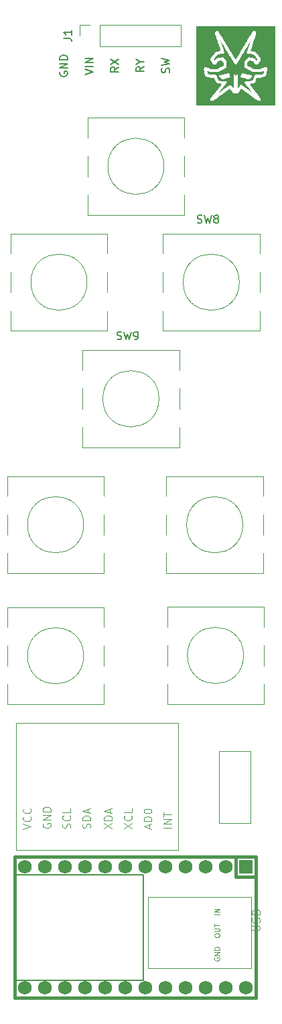
<source format=gbr>
%TF.GenerationSoftware,KiCad,Pcbnew,8.0.6*%
%TF.CreationDate,2025-02-23T20:39:58-06:00*%
%TF.ProjectId,fullycustomcontrolle one handv3c,66756c6c-7963-4757-9374-6f6d636f6e74,rev?*%
%TF.SameCoordinates,Original*%
%TF.FileFunction,Legend,Top*%
%TF.FilePolarity,Positive*%
%FSLAX46Y46*%
G04 Gerber Fmt 4.6, Leading zero omitted, Abs format (unit mm)*
G04 Created by KiCad (PCBNEW 8.0.6) date 2025-02-23 20:39:58*
%MOMM*%
%LPD*%
G01*
G04 APERTURE LIST*
%ADD10C,0.200000*%
%ADD11C,0.100000*%
%ADD12C,0.150000*%
%ADD13C,0.125000*%
%ADD14C,0.120000*%
%ADD15C,0.381000*%
%ADD16C,0.127000*%
%ADD17C,0.000000*%
%ADD18R,1.752600X1.752600*%
%ADD19C,1.752600*%
G04 APERTURE END LIST*
D10*
X187370062Y-31241904D02*
X187322443Y-31337142D01*
X187322443Y-31337142D02*
X187322443Y-31479999D01*
X187322443Y-31479999D02*
X187370062Y-31622856D01*
X187370062Y-31622856D02*
X187465300Y-31718094D01*
X187465300Y-31718094D02*
X187560538Y-31765713D01*
X187560538Y-31765713D02*
X187751014Y-31813332D01*
X187751014Y-31813332D02*
X187893871Y-31813332D01*
X187893871Y-31813332D02*
X188084347Y-31765713D01*
X188084347Y-31765713D02*
X188179585Y-31718094D01*
X188179585Y-31718094D02*
X188274824Y-31622856D01*
X188274824Y-31622856D02*
X188322443Y-31479999D01*
X188322443Y-31479999D02*
X188322443Y-31384761D01*
X188322443Y-31384761D02*
X188274824Y-31241904D01*
X188274824Y-31241904D02*
X188227204Y-31194285D01*
X188227204Y-31194285D02*
X187893871Y-31194285D01*
X187893871Y-31194285D02*
X187893871Y-31384761D01*
X188322443Y-30765713D02*
X187322443Y-30765713D01*
X187322443Y-30765713D02*
X188322443Y-30194285D01*
X188322443Y-30194285D02*
X187322443Y-30194285D01*
X188322443Y-29718094D02*
X187322443Y-29718094D01*
X187322443Y-29718094D02*
X187322443Y-29479999D01*
X187322443Y-29479999D02*
X187370062Y-29337142D01*
X187370062Y-29337142D02*
X187465300Y-29241904D01*
X187465300Y-29241904D02*
X187560538Y-29194285D01*
X187560538Y-29194285D02*
X187751014Y-29146666D01*
X187751014Y-29146666D02*
X187893871Y-29146666D01*
X187893871Y-29146666D02*
X188084347Y-29194285D01*
X188084347Y-29194285D02*
X188179585Y-29241904D01*
X188179585Y-29241904D02*
X188274824Y-29337142D01*
X188274824Y-29337142D02*
X188322443Y-29479999D01*
X188322443Y-29479999D02*
X188322443Y-29718094D01*
X190542331Y-31575237D02*
X191542331Y-31241904D01*
X191542331Y-31241904D02*
X190542331Y-30908571D01*
X191542331Y-30575237D02*
X190542331Y-30575237D01*
X191542331Y-30099047D02*
X190542331Y-30099047D01*
X190542331Y-30099047D02*
X191542331Y-29527619D01*
X191542331Y-29527619D02*
X190542331Y-29527619D01*
X194762219Y-30646666D02*
X194286028Y-30979999D01*
X194762219Y-31218094D02*
X193762219Y-31218094D01*
X193762219Y-31218094D02*
X193762219Y-30837142D01*
X193762219Y-30837142D02*
X193809838Y-30741904D01*
X193809838Y-30741904D02*
X193857457Y-30694285D01*
X193857457Y-30694285D02*
X193952695Y-30646666D01*
X193952695Y-30646666D02*
X194095552Y-30646666D01*
X194095552Y-30646666D02*
X194190790Y-30694285D01*
X194190790Y-30694285D02*
X194238409Y-30741904D01*
X194238409Y-30741904D02*
X194286028Y-30837142D01*
X194286028Y-30837142D02*
X194286028Y-31218094D01*
X193762219Y-30313332D02*
X194762219Y-29646666D01*
X193762219Y-29646666D02*
X194762219Y-30313332D01*
X197982107Y-30599047D02*
X197505916Y-30932380D01*
X197982107Y-31170475D02*
X196982107Y-31170475D01*
X196982107Y-31170475D02*
X196982107Y-30789523D01*
X196982107Y-30789523D02*
X197029726Y-30694285D01*
X197029726Y-30694285D02*
X197077345Y-30646666D01*
X197077345Y-30646666D02*
X197172583Y-30599047D01*
X197172583Y-30599047D02*
X197315440Y-30599047D01*
X197315440Y-30599047D02*
X197410678Y-30646666D01*
X197410678Y-30646666D02*
X197458297Y-30694285D01*
X197458297Y-30694285D02*
X197505916Y-30789523D01*
X197505916Y-30789523D02*
X197505916Y-31170475D01*
X197505916Y-29979999D02*
X197982107Y-29979999D01*
X196982107Y-30313332D02*
X197505916Y-29979999D01*
X197505916Y-29979999D02*
X196982107Y-29646666D01*
X201154376Y-31337142D02*
X201201995Y-31194285D01*
X201201995Y-31194285D02*
X201201995Y-30956190D01*
X201201995Y-30956190D02*
X201154376Y-30860952D01*
X201154376Y-30860952D02*
X201106756Y-30813333D01*
X201106756Y-30813333D02*
X201011518Y-30765714D01*
X201011518Y-30765714D02*
X200916280Y-30765714D01*
X200916280Y-30765714D02*
X200821042Y-30813333D01*
X200821042Y-30813333D02*
X200773423Y-30860952D01*
X200773423Y-30860952D02*
X200725804Y-30956190D01*
X200725804Y-30956190D02*
X200678185Y-31146666D01*
X200678185Y-31146666D02*
X200630566Y-31241904D01*
X200630566Y-31241904D02*
X200582947Y-31289523D01*
X200582947Y-31289523D02*
X200487709Y-31337142D01*
X200487709Y-31337142D02*
X200392471Y-31337142D01*
X200392471Y-31337142D02*
X200297233Y-31289523D01*
X200297233Y-31289523D02*
X200249614Y-31241904D01*
X200249614Y-31241904D02*
X200201995Y-31146666D01*
X200201995Y-31146666D02*
X200201995Y-30908571D01*
X200201995Y-30908571D02*
X200249614Y-30765714D01*
X200201995Y-30432380D02*
X201201995Y-30194285D01*
X201201995Y-30194285D02*
X200487709Y-30003809D01*
X200487709Y-30003809D02*
X201201995Y-29813333D01*
X201201995Y-29813333D02*
X200201995Y-29575238D01*
D11*
X211597419Y-139396115D02*
X212406942Y-139396115D01*
X212406942Y-139396115D02*
X212502180Y-139348496D01*
X212502180Y-139348496D02*
X212549800Y-139300877D01*
X212549800Y-139300877D02*
X212597419Y-139205639D01*
X212597419Y-139205639D02*
X212597419Y-139015163D01*
X212597419Y-139015163D02*
X212549800Y-138919925D01*
X212549800Y-138919925D02*
X212502180Y-138872306D01*
X212502180Y-138872306D02*
X212406942Y-138824687D01*
X212406942Y-138824687D02*
X211597419Y-138824687D01*
X212549800Y-138396115D02*
X212597419Y-138253258D01*
X212597419Y-138253258D02*
X212597419Y-138015163D01*
X212597419Y-138015163D02*
X212549800Y-137919925D01*
X212549800Y-137919925D02*
X212502180Y-137872306D01*
X212502180Y-137872306D02*
X212406942Y-137824687D01*
X212406942Y-137824687D02*
X212311704Y-137824687D01*
X212311704Y-137824687D02*
X212216466Y-137872306D01*
X212216466Y-137872306D02*
X212168847Y-137919925D01*
X212168847Y-137919925D02*
X212121228Y-138015163D01*
X212121228Y-138015163D02*
X212073609Y-138205639D01*
X212073609Y-138205639D02*
X212025990Y-138300877D01*
X212025990Y-138300877D02*
X211978371Y-138348496D01*
X211978371Y-138348496D02*
X211883133Y-138396115D01*
X211883133Y-138396115D02*
X211787895Y-138396115D01*
X211787895Y-138396115D02*
X211692657Y-138348496D01*
X211692657Y-138348496D02*
X211645038Y-138300877D01*
X211645038Y-138300877D02*
X211597419Y-138205639D01*
X211597419Y-138205639D02*
X211597419Y-137967544D01*
X211597419Y-137967544D02*
X211645038Y-137824687D01*
X212073609Y-137062782D02*
X212121228Y-136919925D01*
X212121228Y-136919925D02*
X212168847Y-136872306D01*
X212168847Y-136872306D02*
X212264085Y-136824687D01*
X212264085Y-136824687D02*
X212406942Y-136824687D01*
X212406942Y-136824687D02*
X212502180Y-136872306D01*
X212502180Y-136872306D02*
X212549800Y-136919925D01*
X212549800Y-136919925D02*
X212597419Y-137015163D01*
X212597419Y-137015163D02*
X212597419Y-137396115D01*
X212597419Y-137396115D02*
X211597419Y-137396115D01*
X211597419Y-137396115D02*
X211597419Y-137062782D01*
X211597419Y-137062782D02*
X211645038Y-136967544D01*
X211645038Y-136967544D02*
X211692657Y-136919925D01*
X211692657Y-136919925D02*
X211787895Y-136872306D01*
X211787895Y-136872306D02*
X211883133Y-136872306D01*
X211883133Y-136872306D02*
X211978371Y-136919925D01*
X211978371Y-136919925D02*
X212025990Y-136967544D01*
X212025990Y-136967544D02*
X212073609Y-137062782D01*
X212073609Y-137062782D02*
X212073609Y-137396115D01*
X195432419Y-126576353D02*
X196432419Y-125909687D01*
X195432419Y-125909687D02*
X196432419Y-126576353D01*
X196337180Y-124957306D02*
X196384800Y-125004925D01*
X196384800Y-125004925D02*
X196432419Y-125147782D01*
X196432419Y-125147782D02*
X196432419Y-125243020D01*
X196432419Y-125243020D02*
X196384800Y-125385877D01*
X196384800Y-125385877D02*
X196289561Y-125481115D01*
X196289561Y-125481115D02*
X196194323Y-125528734D01*
X196194323Y-125528734D02*
X196003847Y-125576353D01*
X196003847Y-125576353D02*
X195860990Y-125576353D01*
X195860990Y-125576353D02*
X195670514Y-125528734D01*
X195670514Y-125528734D02*
X195575276Y-125481115D01*
X195575276Y-125481115D02*
X195480038Y-125385877D01*
X195480038Y-125385877D02*
X195432419Y-125243020D01*
X195432419Y-125243020D02*
X195432419Y-125147782D01*
X195432419Y-125147782D02*
X195480038Y-125004925D01*
X195480038Y-125004925D02*
X195527657Y-124957306D01*
X196432419Y-124052544D02*
X196432419Y-124528734D01*
X196432419Y-124528734D02*
X195432419Y-124528734D01*
X185230038Y-125957306D02*
X185182419Y-126052544D01*
X185182419Y-126052544D02*
X185182419Y-126195401D01*
X185182419Y-126195401D02*
X185230038Y-126338258D01*
X185230038Y-126338258D02*
X185325276Y-126433496D01*
X185325276Y-126433496D02*
X185420514Y-126481115D01*
X185420514Y-126481115D02*
X185610990Y-126528734D01*
X185610990Y-126528734D02*
X185753847Y-126528734D01*
X185753847Y-126528734D02*
X185944323Y-126481115D01*
X185944323Y-126481115D02*
X186039561Y-126433496D01*
X186039561Y-126433496D02*
X186134800Y-126338258D01*
X186134800Y-126338258D02*
X186182419Y-126195401D01*
X186182419Y-126195401D02*
X186182419Y-126100163D01*
X186182419Y-126100163D02*
X186134800Y-125957306D01*
X186134800Y-125957306D02*
X186087180Y-125909687D01*
X186087180Y-125909687D02*
X185753847Y-125909687D01*
X185753847Y-125909687D02*
X185753847Y-126100163D01*
X186182419Y-125481115D02*
X185182419Y-125481115D01*
X185182419Y-125481115D02*
X186182419Y-124909687D01*
X186182419Y-124909687D02*
X185182419Y-124909687D01*
X186182419Y-124433496D02*
X185182419Y-124433496D01*
X185182419Y-124433496D02*
X185182419Y-124195401D01*
X185182419Y-124195401D02*
X185230038Y-124052544D01*
X185230038Y-124052544D02*
X185325276Y-123957306D01*
X185325276Y-123957306D02*
X185420514Y-123909687D01*
X185420514Y-123909687D02*
X185610990Y-123862068D01*
X185610990Y-123862068D02*
X185753847Y-123862068D01*
X185753847Y-123862068D02*
X185944323Y-123909687D01*
X185944323Y-123909687D02*
X186039561Y-123957306D01*
X186039561Y-123957306D02*
X186134800Y-124052544D01*
X186134800Y-124052544D02*
X186182419Y-124195401D01*
X186182419Y-124195401D02*
X186182419Y-124433496D01*
X192932419Y-126576353D02*
X193932419Y-125909687D01*
X192932419Y-125909687D02*
X193932419Y-126576353D01*
X193932419Y-125528734D02*
X192932419Y-125528734D01*
X192932419Y-125528734D02*
X192932419Y-125290639D01*
X192932419Y-125290639D02*
X192980038Y-125147782D01*
X192980038Y-125147782D02*
X193075276Y-125052544D01*
X193075276Y-125052544D02*
X193170514Y-125004925D01*
X193170514Y-125004925D02*
X193360990Y-124957306D01*
X193360990Y-124957306D02*
X193503847Y-124957306D01*
X193503847Y-124957306D02*
X193694323Y-125004925D01*
X193694323Y-125004925D02*
X193789561Y-125052544D01*
X193789561Y-125052544D02*
X193884800Y-125147782D01*
X193884800Y-125147782D02*
X193932419Y-125290639D01*
X193932419Y-125290639D02*
X193932419Y-125528734D01*
X193646704Y-124576353D02*
X193646704Y-124100163D01*
X193932419Y-124671591D02*
X192932419Y-124338258D01*
X192932419Y-124338258D02*
X193932419Y-124004925D01*
X198646704Y-126528734D02*
X198646704Y-126052544D01*
X198932419Y-126623972D02*
X197932419Y-126290639D01*
X197932419Y-126290639D02*
X198932419Y-125957306D01*
X198932419Y-125623972D02*
X197932419Y-125623972D01*
X197932419Y-125623972D02*
X197932419Y-125385877D01*
X197932419Y-125385877D02*
X197980038Y-125243020D01*
X197980038Y-125243020D02*
X198075276Y-125147782D01*
X198075276Y-125147782D02*
X198170514Y-125100163D01*
X198170514Y-125100163D02*
X198360990Y-125052544D01*
X198360990Y-125052544D02*
X198503847Y-125052544D01*
X198503847Y-125052544D02*
X198694323Y-125100163D01*
X198694323Y-125100163D02*
X198789561Y-125147782D01*
X198789561Y-125147782D02*
X198884800Y-125243020D01*
X198884800Y-125243020D02*
X198932419Y-125385877D01*
X198932419Y-125385877D02*
X198932419Y-125623972D01*
X197932419Y-124433496D02*
X197932419Y-124338258D01*
X197932419Y-124338258D02*
X197980038Y-124243020D01*
X197980038Y-124243020D02*
X198027657Y-124195401D01*
X198027657Y-124195401D02*
X198122895Y-124147782D01*
X198122895Y-124147782D02*
X198313371Y-124100163D01*
X198313371Y-124100163D02*
X198551466Y-124100163D01*
X198551466Y-124100163D02*
X198741942Y-124147782D01*
X198741942Y-124147782D02*
X198837180Y-124195401D01*
X198837180Y-124195401D02*
X198884800Y-124243020D01*
X198884800Y-124243020D02*
X198932419Y-124338258D01*
X198932419Y-124338258D02*
X198932419Y-124433496D01*
X198932419Y-124433496D02*
X198884800Y-124528734D01*
X198884800Y-124528734D02*
X198837180Y-124576353D01*
X198837180Y-124576353D02*
X198741942Y-124623972D01*
X198741942Y-124623972D02*
X198551466Y-124671591D01*
X198551466Y-124671591D02*
X198313371Y-124671591D01*
X198313371Y-124671591D02*
X198122895Y-124623972D01*
X198122895Y-124623972D02*
X198027657Y-124576353D01*
X198027657Y-124576353D02*
X197980038Y-124528734D01*
X197980038Y-124528734D02*
X197932419Y-124433496D01*
X182682419Y-126623972D02*
X183682419Y-126290639D01*
X183682419Y-126290639D02*
X182682419Y-125957306D01*
X183587180Y-125052544D02*
X183634800Y-125100163D01*
X183634800Y-125100163D02*
X183682419Y-125243020D01*
X183682419Y-125243020D02*
X183682419Y-125338258D01*
X183682419Y-125338258D02*
X183634800Y-125481115D01*
X183634800Y-125481115D02*
X183539561Y-125576353D01*
X183539561Y-125576353D02*
X183444323Y-125623972D01*
X183444323Y-125623972D02*
X183253847Y-125671591D01*
X183253847Y-125671591D02*
X183110990Y-125671591D01*
X183110990Y-125671591D02*
X182920514Y-125623972D01*
X182920514Y-125623972D02*
X182825276Y-125576353D01*
X182825276Y-125576353D02*
X182730038Y-125481115D01*
X182730038Y-125481115D02*
X182682419Y-125338258D01*
X182682419Y-125338258D02*
X182682419Y-125243020D01*
X182682419Y-125243020D02*
X182730038Y-125100163D01*
X182730038Y-125100163D02*
X182777657Y-125052544D01*
X183587180Y-124052544D02*
X183634800Y-124100163D01*
X183634800Y-124100163D02*
X183682419Y-124243020D01*
X183682419Y-124243020D02*
X183682419Y-124338258D01*
X183682419Y-124338258D02*
X183634800Y-124481115D01*
X183634800Y-124481115D02*
X183539561Y-124576353D01*
X183539561Y-124576353D02*
X183444323Y-124623972D01*
X183444323Y-124623972D02*
X183253847Y-124671591D01*
X183253847Y-124671591D02*
X183110990Y-124671591D01*
X183110990Y-124671591D02*
X182920514Y-124623972D01*
X182920514Y-124623972D02*
X182825276Y-124576353D01*
X182825276Y-124576353D02*
X182730038Y-124481115D01*
X182730038Y-124481115D02*
X182682419Y-124338258D01*
X182682419Y-124338258D02*
X182682419Y-124243020D01*
X182682419Y-124243020D02*
X182730038Y-124100163D01*
X182730038Y-124100163D02*
X182777657Y-124052544D01*
X188634800Y-126528734D02*
X188682419Y-126385877D01*
X188682419Y-126385877D02*
X188682419Y-126147782D01*
X188682419Y-126147782D02*
X188634800Y-126052544D01*
X188634800Y-126052544D02*
X188587180Y-126004925D01*
X188587180Y-126004925D02*
X188491942Y-125957306D01*
X188491942Y-125957306D02*
X188396704Y-125957306D01*
X188396704Y-125957306D02*
X188301466Y-126004925D01*
X188301466Y-126004925D02*
X188253847Y-126052544D01*
X188253847Y-126052544D02*
X188206228Y-126147782D01*
X188206228Y-126147782D02*
X188158609Y-126338258D01*
X188158609Y-126338258D02*
X188110990Y-126433496D01*
X188110990Y-126433496D02*
X188063371Y-126481115D01*
X188063371Y-126481115D02*
X187968133Y-126528734D01*
X187968133Y-126528734D02*
X187872895Y-126528734D01*
X187872895Y-126528734D02*
X187777657Y-126481115D01*
X187777657Y-126481115D02*
X187730038Y-126433496D01*
X187730038Y-126433496D02*
X187682419Y-126338258D01*
X187682419Y-126338258D02*
X187682419Y-126100163D01*
X187682419Y-126100163D02*
X187730038Y-125957306D01*
X188587180Y-124957306D02*
X188634800Y-125004925D01*
X188634800Y-125004925D02*
X188682419Y-125147782D01*
X188682419Y-125147782D02*
X188682419Y-125243020D01*
X188682419Y-125243020D02*
X188634800Y-125385877D01*
X188634800Y-125385877D02*
X188539561Y-125481115D01*
X188539561Y-125481115D02*
X188444323Y-125528734D01*
X188444323Y-125528734D02*
X188253847Y-125576353D01*
X188253847Y-125576353D02*
X188110990Y-125576353D01*
X188110990Y-125576353D02*
X187920514Y-125528734D01*
X187920514Y-125528734D02*
X187825276Y-125481115D01*
X187825276Y-125481115D02*
X187730038Y-125385877D01*
X187730038Y-125385877D02*
X187682419Y-125243020D01*
X187682419Y-125243020D02*
X187682419Y-125147782D01*
X187682419Y-125147782D02*
X187730038Y-125004925D01*
X187730038Y-125004925D02*
X187777657Y-124957306D01*
X188682419Y-124052544D02*
X188682419Y-124528734D01*
X188682419Y-124528734D02*
X187682419Y-124528734D01*
X201432419Y-126481115D02*
X200432419Y-126481115D01*
X201432419Y-126004925D02*
X200432419Y-126004925D01*
X200432419Y-126004925D02*
X201432419Y-125433497D01*
X201432419Y-125433497D02*
X200432419Y-125433497D01*
X200432419Y-125100163D02*
X200432419Y-124528735D01*
X201432419Y-124814449D02*
X200432419Y-124814449D01*
X191134800Y-126528734D02*
X191182419Y-126385877D01*
X191182419Y-126385877D02*
X191182419Y-126147782D01*
X191182419Y-126147782D02*
X191134800Y-126052544D01*
X191134800Y-126052544D02*
X191087180Y-126004925D01*
X191087180Y-126004925D02*
X190991942Y-125957306D01*
X190991942Y-125957306D02*
X190896704Y-125957306D01*
X190896704Y-125957306D02*
X190801466Y-126004925D01*
X190801466Y-126004925D02*
X190753847Y-126052544D01*
X190753847Y-126052544D02*
X190706228Y-126147782D01*
X190706228Y-126147782D02*
X190658609Y-126338258D01*
X190658609Y-126338258D02*
X190610990Y-126433496D01*
X190610990Y-126433496D02*
X190563371Y-126481115D01*
X190563371Y-126481115D02*
X190468133Y-126528734D01*
X190468133Y-126528734D02*
X190372895Y-126528734D01*
X190372895Y-126528734D02*
X190277657Y-126481115D01*
X190277657Y-126481115D02*
X190230038Y-126433496D01*
X190230038Y-126433496D02*
X190182419Y-126338258D01*
X190182419Y-126338258D02*
X190182419Y-126100163D01*
X190182419Y-126100163D02*
X190230038Y-125957306D01*
X191182419Y-125528734D02*
X190182419Y-125528734D01*
X190182419Y-125528734D02*
X190182419Y-125290639D01*
X190182419Y-125290639D02*
X190230038Y-125147782D01*
X190230038Y-125147782D02*
X190325276Y-125052544D01*
X190325276Y-125052544D02*
X190420514Y-125004925D01*
X190420514Y-125004925D02*
X190610990Y-124957306D01*
X190610990Y-124957306D02*
X190753847Y-124957306D01*
X190753847Y-124957306D02*
X190944323Y-125004925D01*
X190944323Y-125004925D02*
X191039561Y-125052544D01*
X191039561Y-125052544D02*
X191134800Y-125147782D01*
X191134800Y-125147782D02*
X191182419Y-125290639D01*
X191182419Y-125290639D02*
X191182419Y-125528734D01*
X190896704Y-124576353D02*
X190896704Y-124100163D01*
X191182419Y-124671591D02*
X190182419Y-124338258D01*
X190182419Y-124338258D02*
X191182419Y-124004925D01*
D12*
X204721667Y-50242200D02*
X204864524Y-50289819D01*
X204864524Y-50289819D02*
X205102619Y-50289819D01*
X205102619Y-50289819D02*
X205197857Y-50242200D01*
X205197857Y-50242200D02*
X205245476Y-50194580D01*
X205245476Y-50194580D02*
X205293095Y-50099342D01*
X205293095Y-50099342D02*
X205293095Y-50004104D01*
X205293095Y-50004104D02*
X205245476Y-49908866D01*
X205245476Y-49908866D02*
X205197857Y-49861247D01*
X205197857Y-49861247D02*
X205102619Y-49813628D01*
X205102619Y-49813628D02*
X204912143Y-49766009D01*
X204912143Y-49766009D02*
X204816905Y-49718390D01*
X204816905Y-49718390D02*
X204769286Y-49670771D01*
X204769286Y-49670771D02*
X204721667Y-49575533D01*
X204721667Y-49575533D02*
X204721667Y-49480295D01*
X204721667Y-49480295D02*
X204769286Y-49385057D01*
X204769286Y-49385057D02*
X204816905Y-49337438D01*
X204816905Y-49337438D02*
X204912143Y-49289819D01*
X204912143Y-49289819D02*
X205150238Y-49289819D01*
X205150238Y-49289819D02*
X205293095Y-49337438D01*
X205626429Y-49289819D02*
X205864524Y-50289819D01*
X205864524Y-50289819D02*
X206055000Y-49575533D01*
X206055000Y-49575533D02*
X206245476Y-50289819D01*
X206245476Y-50289819D02*
X206483572Y-49289819D01*
X207007381Y-49718390D02*
X206912143Y-49670771D01*
X206912143Y-49670771D02*
X206864524Y-49623152D01*
X206864524Y-49623152D02*
X206816905Y-49527914D01*
X206816905Y-49527914D02*
X206816905Y-49480295D01*
X206816905Y-49480295D02*
X206864524Y-49385057D01*
X206864524Y-49385057D02*
X206912143Y-49337438D01*
X206912143Y-49337438D02*
X207007381Y-49289819D01*
X207007381Y-49289819D02*
X207197857Y-49289819D01*
X207197857Y-49289819D02*
X207293095Y-49337438D01*
X207293095Y-49337438D02*
X207340714Y-49385057D01*
X207340714Y-49385057D02*
X207388333Y-49480295D01*
X207388333Y-49480295D02*
X207388333Y-49527914D01*
X207388333Y-49527914D02*
X207340714Y-49623152D01*
X207340714Y-49623152D02*
X207293095Y-49670771D01*
X207293095Y-49670771D02*
X207197857Y-49718390D01*
X207197857Y-49718390D02*
X207007381Y-49718390D01*
X207007381Y-49718390D02*
X206912143Y-49766009D01*
X206912143Y-49766009D02*
X206864524Y-49813628D01*
X206864524Y-49813628D02*
X206816905Y-49908866D01*
X206816905Y-49908866D02*
X206816905Y-50099342D01*
X206816905Y-50099342D02*
X206864524Y-50194580D01*
X206864524Y-50194580D02*
X206912143Y-50242200D01*
X206912143Y-50242200D02*
X207007381Y-50289819D01*
X207007381Y-50289819D02*
X207197857Y-50289819D01*
X207197857Y-50289819D02*
X207293095Y-50242200D01*
X207293095Y-50242200D02*
X207340714Y-50194580D01*
X207340714Y-50194580D02*
X207388333Y-50099342D01*
X207388333Y-50099342D02*
X207388333Y-49908866D01*
X207388333Y-49908866D02*
X207340714Y-49813628D01*
X207340714Y-49813628D02*
X207293095Y-49766009D01*
X207293095Y-49766009D02*
X207197857Y-49718390D01*
X194561667Y-64927200D02*
X194704524Y-64974819D01*
X194704524Y-64974819D02*
X194942619Y-64974819D01*
X194942619Y-64974819D02*
X195037857Y-64927200D01*
X195037857Y-64927200D02*
X195085476Y-64879580D01*
X195085476Y-64879580D02*
X195133095Y-64784342D01*
X195133095Y-64784342D02*
X195133095Y-64689104D01*
X195133095Y-64689104D02*
X195085476Y-64593866D01*
X195085476Y-64593866D02*
X195037857Y-64546247D01*
X195037857Y-64546247D02*
X194942619Y-64498628D01*
X194942619Y-64498628D02*
X194752143Y-64451009D01*
X194752143Y-64451009D02*
X194656905Y-64403390D01*
X194656905Y-64403390D02*
X194609286Y-64355771D01*
X194609286Y-64355771D02*
X194561667Y-64260533D01*
X194561667Y-64260533D02*
X194561667Y-64165295D01*
X194561667Y-64165295D02*
X194609286Y-64070057D01*
X194609286Y-64070057D02*
X194656905Y-64022438D01*
X194656905Y-64022438D02*
X194752143Y-63974819D01*
X194752143Y-63974819D02*
X194990238Y-63974819D01*
X194990238Y-63974819D02*
X195133095Y-64022438D01*
X195466429Y-63974819D02*
X195704524Y-64974819D01*
X195704524Y-64974819D02*
X195895000Y-64260533D01*
X195895000Y-64260533D02*
X196085476Y-64974819D01*
X196085476Y-64974819D02*
X196323572Y-63974819D01*
X196752143Y-64974819D02*
X196942619Y-64974819D01*
X196942619Y-64974819D02*
X197037857Y-64927200D01*
X197037857Y-64927200D02*
X197085476Y-64879580D01*
X197085476Y-64879580D02*
X197180714Y-64736723D01*
X197180714Y-64736723D02*
X197228333Y-64546247D01*
X197228333Y-64546247D02*
X197228333Y-64165295D01*
X197228333Y-64165295D02*
X197180714Y-64070057D01*
X197180714Y-64070057D02*
X197133095Y-64022438D01*
X197133095Y-64022438D02*
X197037857Y-63974819D01*
X197037857Y-63974819D02*
X196847381Y-63974819D01*
X196847381Y-63974819D02*
X196752143Y-64022438D01*
X196752143Y-64022438D02*
X196704524Y-64070057D01*
X196704524Y-64070057D02*
X196656905Y-64165295D01*
X196656905Y-64165295D02*
X196656905Y-64403390D01*
X196656905Y-64403390D02*
X196704524Y-64498628D01*
X196704524Y-64498628D02*
X196752143Y-64546247D01*
X196752143Y-64546247D02*
X196847381Y-64593866D01*
X196847381Y-64593866D02*
X197037857Y-64593866D01*
X197037857Y-64593866D02*
X197133095Y-64546247D01*
X197133095Y-64546247D02*
X197180714Y-64498628D01*
X197180714Y-64498628D02*
X197228333Y-64403390D01*
X187819819Y-27003333D02*
X188534104Y-27003333D01*
X188534104Y-27003333D02*
X188676961Y-27050952D01*
X188676961Y-27050952D02*
X188772200Y-27146190D01*
X188772200Y-27146190D02*
X188819819Y-27289047D01*
X188819819Y-27289047D02*
X188819819Y-27384285D01*
X188819819Y-26003333D02*
X188819819Y-26574761D01*
X188819819Y-26289047D02*
X187819819Y-26289047D01*
X187819819Y-26289047D02*
X187962676Y-26384285D01*
X187962676Y-26384285D02*
X188057914Y-26479523D01*
X188057914Y-26479523D02*
X188105533Y-26574761D01*
D13*
X206899904Y-142859522D02*
X206868952Y-142921427D01*
X206868952Y-142921427D02*
X206868952Y-143014284D01*
X206868952Y-143014284D02*
X206899904Y-143107141D01*
X206899904Y-143107141D02*
X206961809Y-143169046D01*
X206961809Y-143169046D02*
X207023714Y-143199999D01*
X207023714Y-143199999D02*
X207147523Y-143230951D01*
X207147523Y-143230951D02*
X207240380Y-143230951D01*
X207240380Y-143230951D02*
X207364190Y-143199999D01*
X207364190Y-143199999D02*
X207426095Y-143169046D01*
X207426095Y-143169046D02*
X207488000Y-143107141D01*
X207488000Y-143107141D02*
X207518952Y-143014284D01*
X207518952Y-143014284D02*
X207518952Y-142952380D01*
X207518952Y-142952380D02*
X207488000Y-142859522D01*
X207488000Y-142859522D02*
X207457047Y-142828570D01*
X207457047Y-142828570D02*
X207240380Y-142828570D01*
X207240380Y-142828570D02*
X207240380Y-142952380D01*
X207518952Y-142549999D02*
X206868952Y-142549999D01*
X206868952Y-142549999D02*
X207518952Y-142178570D01*
X207518952Y-142178570D02*
X206868952Y-142178570D01*
X207518952Y-141869047D02*
X206868952Y-141869047D01*
X206868952Y-141869047D02*
X206868952Y-141714285D01*
X206868952Y-141714285D02*
X206899904Y-141621428D01*
X206899904Y-141621428D02*
X206961809Y-141559523D01*
X206961809Y-141559523D02*
X207023714Y-141528570D01*
X207023714Y-141528570D02*
X207147523Y-141497618D01*
X207147523Y-141497618D02*
X207240380Y-141497618D01*
X207240380Y-141497618D02*
X207364190Y-141528570D01*
X207364190Y-141528570D02*
X207426095Y-141559523D01*
X207426095Y-141559523D02*
X207488000Y-141621428D01*
X207488000Y-141621428D02*
X207518952Y-141714285D01*
X207518952Y-141714285D02*
X207518952Y-141869047D01*
X206868952Y-140104761D02*
X206868952Y-139980952D01*
X206868952Y-139980952D02*
X206899904Y-139919047D01*
X206899904Y-139919047D02*
X206961809Y-139857142D01*
X206961809Y-139857142D02*
X207085619Y-139826190D01*
X207085619Y-139826190D02*
X207302285Y-139826190D01*
X207302285Y-139826190D02*
X207426095Y-139857142D01*
X207426095Y-139857142D02*
X207488000Y-139919047D01*
X207488000Y-139919047D02*
X207518952Y-139980952D01*
X207518952Y-139980952D02*
X207518952Y-140104761D01*
X207518952Y-140104761D02*
X207488000Y-140166666D01*
X207488000Y-140166666D02*
X207426095Y-140228571D01*
X207426095Y-140228571D02*
X207302285Y-140259523D01*
X207302285Y-140259523D02*
X207085619Y-140259523D01*
X207085619Y-140259523D02*
X206961809Y-140228571D01*
X206961809Y-140228571D02*
X206899904Y-140166666D01*
X206899904Y-140166666D02*
X206868952Y-140104761D01*
X206868952Y-139547619D02*
X207395142Y-139547619D01*
X207395142Y-139547619D02*
X207457047Y-139516666D01*
X207457047Y-139516666D02*
X207488000Y-139485714D01*
X207488000Y-139485714D02*
X207518952Y-139423809D01*
X207518952Y-139423809D02*
X207518952Y-139300000D01*
X207518952Y-139300000D02*
X207488000Y-139238095D01*
X207488000Y-139238095D02*
X207457047Y-139207142D01*
X207457047Y-139207142D02*
X207395142Y-139176190D01*
X207395142Y-139176190D02*
X206868952Y-139176190D01*
X206868952Y-138959524D02*
X206868952Y-138588095D01*
X207518952Y-138773809D02*
X206868952Y-138773809D01*
X207518952Y-137380953D02*
X206868952Y-137380953D01*
X207518952Y-137071429D02*
X206868952Y-137071429D01*
X206868952Y-137071429D02*
X207518952Y-136700000D01*
X207518952Y-136700000D02*
X206868952Y-136700000D01*
%TO.C,MPU1*%
D11*
X181810000Y-129285000D02*
X202310000Y-129285000D01*
X202310000Y-113285000D01*
X181810000Y-113285000D01*
X181810000Y-129285000D01*
D14*
%TO.C,SW8*%
X200365000Y-51635000D02*
X200365000Y-54145000D01*
X200365000Y-51635000D02*
X212585000Y-51635000D01*
X200365000Y-56445000D02*
X200365000Y-59045000D01*
X200365000Y-61345000D02*
X200365000Y-63855000D01*
X212585000Y-51635000D02*
X212585000Y-54145000D01*
X212585000Y-56445000D02*
X212585000Y-59045000D01*
X212585000Y-61345000D02*
X212585000Y-63855000D01*
X212585000Y-63855000D02*
X200365000Y-63855000D01*
X210025000Y-57745000D02*
G75*
G02*
X202925000Y-57745000I-3550000J0D01*
G01*
X202925000Y-57745000D02*
G75*
G02*
X210025000Y-57745000I3550000J0D01*
G01*
%TO.C,SW5*%
D11*
X211450000Y-116885000D02*
X207450000Y-116885000D01*
X207450000Y-125885000D01*
X211450000Y-125885000D01*
X211450000Y-116885000D01*
D14*
%TO.C,SW6*%
X181115000Y-51635000D02*
X193335000Y-51635000D01*
X181115000Y-54145000D02*
X181115000Y-51635000D01*
X181115000Y-59045000D02*
X181115000Y-56445000D01*
X181115000Y-63855000D02*
X181115000Y-61345000D01*
X193335000Y-54145000D02*
X193335000Y-51635000D01*
X193335000Y-59045000D02*
X193335000Y-56445000D01*
X193335000Y-63855000D02*
X181115000Y-63855000D01*
X193335000Y-63855000D02*
X193335000Y-61345000D01*
X190775000Y-57745000D02*
G75*
G02*
X183675000Y-57745000I-3550000J0D01*
G01*
X183675000Y-57745000D02*
G75*
G02*
X190775000Y-57745000I3550000J0D01*
G01*
D15*
%TO.C,U1*%
X181610000Y-130175000D02*
X181610000Y-147955000D01*
X181610000Y-147955000D02*
X212090000Y-147955000D01*
X209550000Y-132715000D02*
X209550000Y-130175000D01*
X212090000Y-130175000D02*
X181610000Y-130175000D01*
X212090000Y-132715000D02*
X209550000Y-132715000D01*
X212090000Y-147955000D02*
X212090000Y-130175000D01*
D14*
%TO.C,SW9*%
X190205000Y-66320000D02*
X190205000Y-68830000D01*
X190205000Y-66320000D02*
X202425000Y-66320000D01*
X190205000Y-71130000D02*
X190205000Y-73730000D01*
X190205000Y-76030000D02*
X190205000Y-78540000D01*
X202425000Y-66320000D02*
X202425000Y-68830000D01*
X202425000Y-71130000D02*
X202425000Y-73730000D01*
X202425000Y-76030000D02*
X202425000Y-78540000D01*
X202425000Y-78540000D02*
X190205000Y-78540000D01*
X199865000Y-72430000D02*
G75*
G02*
X192765000Y-72430000I-3550000J0D01*
G01*
X192765000Y-72430000D02*
G75*
G02*
X199865000Y-72430000I3550000J0D01*
G01*
%TO.C,SW7*%
X190340000Y-88305000D02*
G75*
G02*
X183240000Y-88305000I-3550000J0D01*
G01*
X183240000Y-88305000D02*
G75*
G02*
X190340000Y-88305000I3550000J0D01*
G01*
X192900000Y-94415000D02*
X180680000Y-94415000D01*
X192900000Y-91905000D02*
X192900000Y-94415000D01*
X192900000Y-87005000D02*
X192900000Y-89605000D01*
X192900000Y-82195000D02*
X192900000Y-84705000D01*
X180680000Y-91905000D02*
X180680000Y-94415000D01*
X180680000Y-87005000D02*
X180680000Y-89605000D01*
X180680000Y-82195000D02*
X192900000Y-82195000D01*
X180680000Y-82195000D02*
X180680000Y-84705000D01*
%TO.C,J1*%
X189805000Y-25340000D02*
X191135000Y-25340000D01*
X189805000Y-26670000D02*
X189805000Y-25340000D01*
X192405000Y-25340000D02*
X202625000Y-25340000D01*
X192405000Y-28000000D02*
X192405000Y-25340000D01*
X192405000Y-28000000D02*
X202625000Y-28000000D01*
X202625000Y-28000000D02*
X202625000Y-25340000D01*
%TO.C,SW1*%
X210460000Y-88305000D02*
G75*
G02*
X203360000Y-88305000I-3550000J0D01*
G01*
X203360000Y-88305000D02*
G75*
G02*
X210460000Y-88305000I3550000J0D01*
G01*
X213020000Y-94415000D02*
X200800000Y-94415000D01*
X213020000Y-91905000D02*
X213020000Y-94415000D01*
X213020000Y-87005000D02*
X213020000Y-89605000D01*
X213020000Y-82195000D02*
X213020000Y-84705000D01*
X200800000Y-91905000D02*
X200800000Y-94415000D01*
X200800000Y-87005000D02*
X200800000Y-89605000D01*
X200800000Y-82195000D02*
X213020000Y-82195000D01*
X200800000Y-82195000D02*
X200800000Y-84705000D01*
D16*
%TO.C,U3*%
X181840000Y-132400000D02*
X197890000Y-132400000D01*
X181840000Y-145730000D02*
X181840000Y-132400000D01*
X197890000Y-132400000D02*
X197890000Y-145730000D01*
X197890000Y-145730000D02*
X181840000Y-145730000D01*
D14*
%TO.C,SW2*%
X210560000Y-104775000D02*
G75*
G02*
X203460000Y-104775000I-3550000J0D01*
G01*
X203460000Y-104775000D02*
G75*
G02*
X210560000Y-104775000I3550000J0D01*
G01*
X213120000Y-110885000D02*
X213120000Y-108375000D01*
X213120000Y-110885000D02*
X200900000Y-110885000D01*
X213120000Y-106075000D02*
X213120000Y-103475000D01*
X213120000Y-101175000D02*
X213120000Y-98665000D01*
X200900000Y-110885000D02*
X200900000Y-108375000D01*
X200900000Y-106075000D02*
X200900000Y-103475000D01*
X200900000Y-101175000D02*
X200900000Y-98665000D01*
X200900000Y-98665000D02*
X213120000Y-98665000D01*
%TO.C,SW3*%
X190840000Y-37030000D02*
X203060000Y-37030000D01*
X190840000Y-39540000D02*
X190840000Y-37030000D01*
X190840000Y-44440000D02*
X190840000Y-41840000D01*
X190840000Y-49250000D02*
X190840000Y-46740000D01*
X203060000Y-39540000D02*
X203060000Y-37030000D01*
X203060000Y-44440000D02*
X203060000Y-41840000D01*
X203060000Y-49250000D02*
X190840000Y-49250000D01*
X203060000Y-49250000D02*
X203060000Y-46740000D01*
X200500000Y-43140000D02*
G75*
G02*
X193400000Y-43140000I-3550000J0D01*
G01*
X193400000Y-43140000D02*
G75*
G02*
X200500000Y-43140000I3550000J0D01*
G01*
%TO.C,U2*%
D11*
X198505000Y-135200000D02*
X211505000Y-135200000D01*
X211505000Y-144200000D01*
X198505000Y-144200000D01*
X198505000Y-135200000D01*
D14*
%TO.C,SW4*%
X180680000Y-98705000D02*
X180680000Y-101215000D01*
X180680000Y-98705000D02*
X192900000Y-98705000D01*
X180680000Y-103515000D02*
X180680000Y-106115000D01*
X180680000Y-108415000D02*
X180680000Y-110925000D01*
X192900000Y-98705000D02*
X192900000Y-101215000D01*
X192900000Y-103515000D02*
X192900000Y-106115000D01*
X192900000Y-108415000D02*
X192900000Y-110925000D01*
X192900000Y-110925000D02*
X180680000Y-110925000D01*
X190340000Y-104815000D02*
G75*
G02*
X183240000Y-104815000I-3550000J0D01*
G01*
X183240000Y-104815000D02*
G75*
G02*
X190340000Y-104815000I3550000J0D01*
G01*
D17*
%TO.C,G\u002A\u002A\u002A*%
G36*
X214552188Y-30480000D02*
G01*
X214552188Y-35482188D01*
X209550000Y-35482188D01*
X204547812Y-35482188D01*
X204547812Y-30837242D01*
X205534319Y-30837242D01*
X205537204Y-30872897D01*
X205545290Y-30930253D01*
X205557681Y-31004918D01*
X205573484Y-31092501D01*
X205591806Y-31188610D01*
X205611751Y-31288854D01*
X205632427Y-31388841D01*
X205652940Y-31484180D01*
X205672395Y-31570480D01*
X205689898Y-31643348D01*
X205704556Y-31698394D01*
X205715475Y-31731227D01*
X205716935Y-31734361D01*
X205732601Y-31760001D01*
X205753372Y-31782095D01*
X205782601Y-31802090D01*
X205823640Y-31821428D01*
X205879839Y-31841555D01*
X205954550Y-31863915D01*
X206051126Y-31889952D01*
X206117943Y-31907171D01*
X206209810Y-31930330D01*
X206282221Y-31947445D01*
X206342583Y-31959586D01*
X206398302Y-31967824D01*
X206456787Y-31973229D01*
X206525443Y-31976871D01*
X206611679Y-31979822D01*
X206623024Y-31980164D01*
X206871048Y-31987604D01*
X206985258Y-32272450D01*
X207019530Y-32357446D01*
X207051253Y-32435223D01*
X207078670Y-32501543D01*
X207100024Y-32552168D01*
X207113557Y-32582860D01*
X207116337Y-32588516D01*
X207134096Y-32612437D01*
X207161403Y-32632835D01*
X207201470Y-32650712D01*
X207257511Y-32667073D01*
X207332740Y-32682920D01*
X207430371Y-32699258D01*
X207507440Y-32710626D01*
X207591302Y-32722936D01*
X207665719Y-32734583D01*
X207726313Y-32744823D01*
X207768703Y-32752911D01*
X207788510Y-32758103D01*
X207789203Y-32758530D01*
X207782505Y-32770636D01*
X207759833Y-32802900D01*
X207722448Y-32853678D01*
X207671607Y-32921326D01*
X207608569Y-33004198D01*
X207534593Y-33100651D01*
X207450937Y-33209041D01*
X207358860Y-33327722D01*
X207259621Y-33455050D01*
X207154478Y-33589381D01*
X207105990Y-33651145D01*
X206997737Y-33789092D01*
X206894123Y-33921468D01*
X206796487Y-34046545D01*
X206706167Y-34162594D01*
X206624498Y-34267886D01*
X206552819Y-34360691D01*
X206492468Y-34439280D01*
X206444780Y-34501925D01*
X206411094Y-34546896D01*
X206392747Y-34572464D01*
X206390009Y-34576859D01*
X206373583Y-34630903D01*
X206369335Y-34697345D01*
X206377036Y-34763721D01*
X206394370Y-34813810D01*
X206435105Y-34862620D01*
X206492922Y-34895672D01*
X206560987Y-34911361D01*
X206632465Y-34908083D01*
X206698611Y-34885256D01*
X206717199Y-34873158D01*
X206756492Y-34845786D01*
X206814822Y-34804347D01*
X206890520Y-34750052D01*
X206981919Y-34684108D01*
X207087349Y-34607725D01*
X207205143Y-34522111D01*
X207333633Y-34428475D01*
X207471150Y-34328027D01*
X207616025Y-34221974D01*
X207766591Y-34111526D01*
X207778391Y-34102861D01*
X208806619Y-33347704D01*
X209039608Y-33640302D01*
X209116429Y-33735444D01*
X209184289Y-33816808D01*
X209241445Y-33882409D01*
X209286154Y-33930265D01*
X209316672Y-33958392D01*
X209323263Y-33962965D01*
X209347701Y-33975704D01*
X209374178Y-33984280D01*
X209408700Y-33989490D01*
X209457275Y-33992130D01*
X209525909Y-33992997D01*
X209550000Y-33993031D01*
X209625456Y-33992523D01*
X209679140Y-33990470D01*
X209717058Y-33986074D01*
X209745217Y-33978539D01*
X209769624Y-33967069D01*
X209776737Y-33962965D01*
X209802251Y-33941700D01*
X209842525Y-33900058D01*
X209895814Y-33840025D01*
X209960376Y-33763583D01*
X210034467Y-33672715D01*
X210060391Y-33640302D01*
X210293380Y-33347704D01*
X211321608Y-34102861D01*
X211472544Y-34213597D01*
X211617917Y-34320032D01*
X211756061Y-34420956D01*
X211885306Y-34515160D01*
X212003984Y-34601435D01*
X212110428Y-34678573D01*
X212202968Y-34745365D01*
X212279937Y-34800602D01*
X212339665Y-34843075D01*
X212380486Y-34871575D01*
X212400730Y-34884894D01*
X212401388Y-34885256D01*
X212469180Y-34908403D01*
X212540100Y-34911319D01*
X212607463Y-34895663D01*
X212664588Y-34863095D01*
X212704789Y-34815273D01*
X212707882Y-34809172D01*
X212725747Y-34749853D01*
X212731035Y-34681289D01*
X212723633Y-34615854D01*
X212709990Y-34576859D01*
X212698124Y-34559500D01*
X212670387Y-34522049D01*
X212628115Y-34466235D01*
X212572647Y-34393789D01*
X212505319Y-34306438D01*
X212427469Y-34205912D01*
X212340433Y-34093940D01*
X212245550Y-33972251D01*
X212144157Y-33842575D01*
X212037591Y-33706639D01*
X211994009Y-33651145D01*
X211886638Y-33514220D01*
X211784609Y-33383564D01*
X211689181Y-33260821D01*
X211601612Y-33147637D01*
X211523161Y-33045655D01*
X211455087Y-32956519D01*
X211398649Y-32881875D01*
X211355104Y-32823367D01*
X211325712Y-32782639D01*
X211311731Y-32761336D01*
X211310797Y-32758530D01*
X211327312Y-32753774D01*
X211366985Y-32746024D01*
X211425437Y-32736025D01*
X211498288Y-32724520D01*
X211581159Y-32712254D01*
X211592560Y-32710626D01*
X211706491Y-32693430D01*
X211795929Y-32677378D01*
X211864088Y-32661466D01*
X211914182Y-32644689D01*
X211949424Y-32626045D01*
X211973030Y-32604530D01*
X211983663Y-32588516D01*
X211993666Y-32566753D01*
X212012176Y-32523405D01*
X212037435Y-32462707D01*
X212067687Y-32388898D01*
X212101173Y-32306216D01*
X212114741Y-32272450D01*
X212228952Y-31987604D01*
X212476976Y-31980164D01*
X212565700Y-31977225D01*
X212635997Y-31973716D01*
X212695271Y-31968567D01*
X212750932Y-31960709D01*
X212810385Y-31949069D01*
X212881039Y-31932579D01*
X212970299Y-31910167D01*
X212982057Y-31907171D01*
X213092738Y-31878362D01*
X213179627Y-31854062D01*
X213246074Y-31832826D01*
X213295431Y-31813210D01*
X213331049Y-31793769D01*
X213356280Y-31773060D01*
X213374475Y-31749638D01*
X213383065Y-31734361D01*
X213393191Y-31705971D01*
X213407225Y-31654599D01*
X213424271Y-31584636D01*
X213443434Y-31500473D01*
X213463819Y-31406501D01*
X213484532Y-31307110D01*
X213504678Y-31206691D01*
X213523362Y-31109635D01*
X213539690Y-31020332D01*
X213552766Y-30943174D01*
X213561696Y-30882549D01*
X213565585Y-30842851D01*
X213565681Y-30838267D01*
X213554550Y-30757029D01*
X213522157Y-30693279D01*
X213469857Y-30648355D01*
X213399004Y-30623596D01*
X213343758Y-30618949D01*
X213318877Y-30620241D01*
X213292100Y-30625089D01*
X213259841Y-30634954D01*
X213218509Y-30651297D01*
X213164515Y-30675578D01*
X213094271Y-30709258D01*
X213004188Y-30753797D01*
X212968162Y-30771794D01*
X212662714Y-30924639D01*
X212263487Y-30924639D01*
X211864260Y-30924639D01*
X211457458Y-30692547D01*
X211050656Y-30460456D01*
X211050656Y-30258055D01*
X211050656Y-30055654D01*
X211182239Y-29924619D01*
X211313821Y-29793583D01*
X211524781Y-29834210D01*
X211598744Y-29849225D01*
X211663416Y-29863804D01*
X211713676Y-29876680D01*
X211744401Y-29886587D01*
X211750994Y-29890180D01*
X211763480Y-29906463D01*
X211788331Y-29941764D01*
X211822657Y-29991876D01*
X211863565Y-30052588D01*
X211895181Y-30100064D01*
X211950873Y-30182309D01*
X211996168Y-30243602D01*
X212034746Y-30286948D01*
X212070286Y-30315357D01*
X212106470Y-30331836D01*
X212146978Y-30339392D01*
X212190043Y-30341050D01*
X212233319Y-30339523D01*
X212269984Y-30333116D01*
X212303163Y-30319090D01*
X212335977Y-30294703D01*
X212371549Y-30257216D01*
X212413000Y-30203889D01*
X212463452Y-30131983D01*
X212514118Y-30056652D01*
X212563657Y-29981842D01*
X212609165Y-29912243D01*
X212647890Y-29852133D01*
X212677082Y-29805787D01*
X212693989Y-29777482D01*
X212695466Y-29774728D01*
X212711046Y-29724754D01*
X212717563Y-29660508D01*
X212714998Y-29593862D01*
X212703333Y-29536691D01*
X212695858Y-29518633D01*
X212677627Y-29489696D01*
X212644778Y-29443903D01*
X212599902Y-29384433D01*
X212545588Y-29314463D01*
X212484428Y-29237170D01*
X212419012Y-29155734D01*
X212351930Y-29073331D01*
X212285774Y-28993139D01*
X212223133Y-28918335D01*
X212166598Y-28852099D01*
X212118761Y-28797608D01*
X212082211Y-28758038D01*
X212059539Y-28736569D01*
X212056721Y-28734620D01*
X212025605Y-28721097D01*
X211975316Y-28706712D01*
X211903556Y-28690944D01*
X211808028Y-28673268D01*
X211727028Y-28659684D01*
X211641848Y-28645491D01*
X211566072Y-28632214D01*
X211503968Y-28620652D01*
X211459805Y-28611608D01*
X211437849Y-28605882D01*
X211436391Y-28605120D01*
X211439118Y-28590879D01*
X211450072Y-28552243D01*
X211468627Y-28491159D01*
X211494157Y-28409574D01*
X211526037Y-28309435D01*
X211563639Y-28192688D01*
X211606339Y-28061281D01*
X211653510Y-27917161D01*
X211704527Y-27762274D01*
X211758763Y-27598568D01*
X211794186Y-27492134D01*
X211869456Y-27265743D01*
X211935727Y-27065079D01*
X211993162Y-26889630D01*
X212041922Y-26738886D01*
X212082169Y-26612337D01*
X212114063Y-26509472D01*
X212137767Y-26429781D01*
X212153442Y-26372752D01*
X212161249Y-26337876D01*
X212162254Y-26328423D01*
X212155427Y-26276426D01*
X212138528Y-26223081D01*
X212133667Y-26212683D01*
X212092848Y-26161214D01*
X212033338Y-26122331D01*
X211961996Y-26097698D01*
X211885684Y-26088978D01*
X211811263Y-26097834D01*
X211754166Y-26120682D01*
X211745747Y-26126693D01*
X211735426Y-26136582D01*
X211722502Y-26151472D01*
X211706270Y-26172486D01*
X211686030Y-26200745D01*
X211661079Y-26237372D01*
X211630714Y-26283489D01*
X211594233Y-26340219D01*
X211550934Y-26408685D01*
X211500114Y-26490008D01*
X211441072Y-26585312D01*
X211373104Y-26695718D01*
X211295509Y-26822348D01*
X211207584Y-26966326D01*
X211108626Y-27128774D01*
X210997934Y-27310814D01*
X210874805Y-27513568D01*
X210738536Y-27738160D01*
X210628673Y-27919327D01*
X210505557Y-28122309D01*
X210386346Y-28318704D01*
X210271837Y-28507206D01*
X210162827Y-28686510D01*
X210060112Y-28855312D01*
X209964488Y-29012306D01*
X209876752Y-29156188D01*
X209797699Y-29285652D01*
X209728127Y-29399395D01*
X209668831Y-29496110D01*
X209620609Y-29574493D01*
X209584255Y-29633238D01*
X209560567Y-29671042D01*
X209550341Y-29686599D01*
X209550000Y-29686937D01*
X209542127Y-29675268D01*
X209520658Y-29641132D01*
X209486389Y-29585833D01*
X209440115Y-29510677D01*
X209382635Y-29416968D01*
X209314743Y-29306011D01*
X209237237Y-29179112D01*
X209150912Y-29037574D01*
X209056565Y-28882704D01*
X208954992Y-28715806D01*
X208846990Y-28538185D01*
X208733354Y-28351145D01*
X208614882Y-28155993D01*
X208492369Y-27954032D01*
X208471326Y-27919327D01*
X208324869Y-27677831D01*
X208192071Y-27459003D01*
X208072230Y-27261722D01*
X207964645Y-27084864D01*
X207868612Y-26927308D01*
X207783430Y-26787931D01*
X207708395Y-26665610D01*
X207642807Y-26559224D01*
X207585961Y-26467649D01*
X207537157Y-26389763D01*
X207495691Y-26324445D01*
X207460862Y-26270571D01*
X207431967Y-26227019D01*
X207408303Y-26192668D01*
X207389169Y-26166393D01*
X207373861Y-26147073D01*
X207361678Y-26133586D01*
X207351918Y-26124809D01*
X207345834Y-26120682D01*
X207278497Y-26095433D01*
X207203386Y-26089186D01*
X207127364Y-26100277D01*
X207057290Y-26127045D01*
X207000026Y-26167824D01*
X206966333Y-26212683D01*
X206947844Y-26263182D01*
X206938162Y-26317455D01*
X206937746Y-26328423D01*
X206941584Y-26352146D01*
X206953208Y-26397760D01*
X206972777Y-26465775D01*
X207000455Y-26556702D01*
X207036401Y-26671052D01*
X207080779Y-26809334D01*
X207133749Y-26972060D01*
X207195472Y-27159740D01*
X207266111Y-27372885D01*
X207305813Y-27492134D01*
X207361752Y-27660383D01*
X207414863Y-27821035D01*
X207464522Y-27972144D01*
X207510103Y-28111761D01*
X207550980Y-28237941D01*
X207586526Y-28348736D01*
X207616116Y-28442200D01*
X207639124Y-28516385D01*
X207654924Y-28569344D01*
X207662891Y-28599131D01*
X207663609Y-28605120D01*
X207647352Y-28609971D01*
X207607908Y-28618325D01*
X207549544Y-28629379D01*
X207476529Y-28642334D01*
X207393129Y-28656387D01*
X207372971Y-28659684D01*
X207259699Y-28678979D01*
X207171780Y-28696008D01*
X207106917Y-28711292D01*
X207062813Y-28725354D01*
X207043279Y-28734620D01*
X207023937Y-28751772D01*
X206990159Y-28787709D01*
X206944536Y-28839253D01*
X206889657Y-28903226D01*
X206828113Y-28976451D01*
X206762495Y-29055751D01*
X206695394Y-29137946D01*
X206629400Y-29219860D01*
X206567103Y-29298314D01*
X206511095Y-29370131D01*
X206463965Y-29432133D01*
X206428305Y-29481142D01*
X206406705Y-29513981D01*
X206404141Y-29518633D01*
X206388714Y-29568430D01*
X206382394Y-29632602D01*
X206385163Y-29699278D01*
X206397003Y-29756585D01*
X206404533Y-29774728D01*
X206419035Y-29799475D01*
X206446296Y-29843004D01*
X206483568Y-29901038D01*
X206528098Y-29969300D01*
X206577137Y-30043514D01*
X206585882Y-30056652D01*
X206646121Y-30145967D01*
X206694781Y-30214439D01*
X206734983Y-30264809D01*
X206769849Y-30299817D01*
X206802502Y-30322201D01*
X206836064Y-30334704D01*
X206873657Y-30340063D01*
X206909956Y-30341050D01*
X206957477Y-30338941D01*
X206997372Y-30330609D01*
X207033321Y-30313046D01*
X207069004Y-30283245D01*
X207108101Y-30238199D01*
X207154291Y-30174898D01*
X207204818Y-30100064D01*
X207248656Y-30034360D01*
X207287974Y-29976254D01*
X207319882Y-29929955D01*
X207341486Y-29899671D01*
X207349005Y-29890180D01*
X207367389Y-29882346D01*
X207408003Y-29870875D01*
X207465727Y-29857034D01*
X207535437Y-29842091D01*
X207575218Y-29834210D01*
X207786178Y-29793583D01*
X207917761Y-29924619D01*
X208049343Y-30055654D01*
X208049343Y-30258055D01*
X208049343Y-30460456D01*
X207642541Y-30692547D01*
X207235739Y-30924639D01*
X206836512Y-30924639D01*
X206437285Y-30924639D01*
X206131838Y-30771794D01*
X206033933Y-30723111D01*
X205957105Y-30685809D01*
X205897783Y-30658433D01*
X205852398Y-30639525D01*
X205817378Y-30627628D01*
X205789155Y-30621286D01*
X205764157Y-30619042D01*
X205757266Y-30618949D01*
X205674831Y-30629871D01*
X205610064Y-30661728D01*
X205564357Y-30713155D01*
X205539105Y-30782789D01*
X205534319Y-30837242D01*
X204547812Y-30837242D01*
X204547812Y-30480000D01*
X204547812Y-25477812D01*
X209550000Y-25477812D01*
X214552188Y-25477812D01*
X214552188Y-30480000D01*
G37*
G36*
X211444801Y-27329472D02*
G01*
X211433370Y-27367172D01*
X211414634Y-27426501D01*
X211389359Y-27505100D01*
X211358310Y-27600609D01*
X211322255Y-27710669D01*
X211281959Y-27832921D01*
X211238188Y-27965006D01*
X211203247Y-28069983D01*
X211157146Y-28208654D01*
X211113799Y-28339853D01*
X211073996Y-28461140D01*
X211038523Y-28570073D01*
X211008169Y-28664212D01*
X210983723Y-28741116D01*
X210965973Y-28798343D01*
X210955707Y-28833454D01*
X210953391Y-28843723D01*
X210955094Y-28862061D01*
X210961988Y-28877701D01*
X210976753Y-28891463D01*
X211002070Y-28904166D01*
X211040619Y-28916630D01*
X211095080Y-28929672D01*
X211168133Y-28944113D01*
X211262457Y-28960771D01*
X211380734Y-28980466D01*
X211423751Y-28987490D01*
X211843078Y-29055766D01*
X212075614Y-29346318D01*
X212137466Y-29423789D01*
X212193445Y-29494267D01*
X212241241Y-29554812D01*
X212278544Y-29602488D01*
X212303045Y-29634356D01*
X212312425Y-29647462D01*
X212307229Y-29662663D01*
X212290521Y-29693548D01*
X212266726Y-29733145D01*
X212240266Y-29774488D01*
X212215563Y-29810607D01*
X212197041Y-29834532D01*
X212190043Y-29840297D01*
X212180227Y-29829381D01*
X212158450Y-29799551D01*
X212127835Y-29755235D01*
X212091502Y-29700860D01*
X212087731Y-29695125D01*
X212049457Y-29638953D01*
X212014627Y-29591666D01*
X211986949Y-29558049D01*
X211970134Y-29542888D01*
X211969554Y-29542670D01*
X211940689Y-29535243D01*
X211890158Y-29524023D01*
X211822548Y-29509888D01*
X211742449Y-29493718D01*
X211654449Y-29476391D01*
X211563136Y-29458786D01*
X211473099Y-29441781D01*
X211388926Y-29426256D01*
X211315207Y-29413090D01*
X211256529Y-29403161D01*
X211217481Y-29397348D01*
X211204740Y-29396192D01*
X211187764Y-29397594D01*
X211170111Y-29403355D01*
X211148958Y-29415806D01*
X211121485Y-29437279D01*
X211084870Y-29470106D01*
X211036292Y-29516619D01*
X210972929Y-29579149D01*
X210922581Y-29629386D01*
X210689387Y-29862580D01*
X210689387Y-30265899D01*
X210689716Y-30392092D01*
X210690766Y-30492787D01*
X210692629Y-30570268D01*
X210695399Y-30626820D01*
X210699170Y-30664727D01*
X210704034Y-30686275D01*
X210706756Y-30691441D01*
X210722263Y-30702925D01*
X210759342Y-30726500D01*
X210815362Y-30760605D01*
X210887691Y-30803678D01*
X210973696Y-30854158D01*
X211070745Y-30910483D01*
X211176206Y-30971091D01*
X211226479Y-30999786D01*
X211728834Y-31285908D01*
X212258394Y-31285908D01*
X212787954Y-31285908D01*
X212955952Y-31201693D01*
X213017869Y-31171347D01*
X213070503Y-31146859D01*
X213109130Y-31130328D01*
X213129025Y-31123855D01*
X213130562Y-31124092D01*
X213131260Y-31140460D01*
X213126355Y-31177527D01*
X213117196Y-31229083D01*
X213105130Y-31288921D01*
X213091507Y-31350833D01*
X213077676Y-31408610D01*
X213064984Y-31456044D01*
X213054782Y-31486928D01*
X213049913Y-31495333D01*
X213031927Y-31501602D01*
X212991644Y-31513064D01*
X212933793Y-31528456D01*
X212863107Y-31546511D01*
X212800215Y-31562091D01*
X212565830Y-31619387D01*
X212283327Y-31619387D01*
X212176548Y-31619960D01*
X212095148Y-31621770D01*
X212036739Y-31624953D01*
X211998934Y-31629645D01*
X211979342Y-31635982D01*
X211978235Y-31636756D01*
X211967123Y-31653986D01*
X211947577Y-31693467D01*
X211921218Y-31751543D01*
X211889666Y-31824556D01*
X211854542Y-31908851D01*
X211822519Y-31988071D01*
X211689393Y-32322017D01*
X211199825Y-32391025D01*
X211063984Y-32410300D01*
X210953141Y-32426543D01*
X210864758Y-32440470D01*
X210796296Y-32452794D01*
X210745218Y-32464231D01*
X210708986Y-32475495D01*
X210685061Y-32487301D01*
X210670905Y-32500364D01*
X210663979Y-32515398D01*
X210661747Y-32533117D01*
X210661597Y-32542572D01*
X210661746Y-32550374D01*
X210662998Y-32558510D01*
X210666559Y-32568596D01*
X210673636Y-32582246D01*
X210685437Y-32601076D01*
X210703169Y-32626702D01*
X210728038Y-32660738D01*
X210761251Y-32704801D01*
X210804016Y-32760505D01*
X210857538Y-32829466D01*
X210923026Y-32913300D01*
X211001686Y-33013621D01*
X211094726Y-33132045D01*
X211203351Y-33270188D01*
X211241268Y-33318400D01*
X211325923Y-33426156D01*
X211405136Y-33527208D01*
X211477284Y-33619472D01*
X211540748Y-33700865D01*
X211593908Y-33769305D01*
X211635142Y-33822710D01*
X211662832Y-33858995D01*
X211675357Y-33876080D01*
X211675930Y-33877119D01*
X211665057Y-33870215D01*
X211633718Y-33848235D01*
X211583833Y-33812569D01*
X211517319Y-33764609D01*
X211436097Y-33705745D01*
X211342085Y-33637368D01*
X211237202Y-33560870D01*
X211123368Y-33477641D01*
X211002501Y-33389072D01*
X210993534Y-33382494D01*
X210871120Y-33292824D01*
X210754704Y-33207825D01*
X210646327Y-33128971D01*
X210548029Y-33057731D01*
X210461851Y-32995577D01*
X210389832Y-32943980D01*
X210334013Y-32904413D01*
X210296434Y-32878345D01*
X210279134Y-32867248D01*
X210278968Y-32867170D01*
X210255544Y-32859001D01*
X210232904Y-32858440D01*
X210208438Y-32867665D01*
X210179535Y-32888851D01*
X210143585Y-32924175D01*
X210097975Y-32975813D01*
X210040096Y-33045942D01*
X209990592Y-33107563D01*
X209800109Y-33346119D01*
X209800109Y-32442060D01*
X209800124Y-32256732D01*
X209800063Y-32097254D01*
X209799770Y-31961688D01*
X209799384Y-31897140D01*
X210191336Y-31897140D01*
X210270148Y-31920057D01*
X210427723Y-31965769D01*
X210577106Y-32008899D01*
X210716129Y-32048831D01*
X210842623Y-32084954D01*
X210954419Y-32116653D01*
X211049347Y-32143314D01*
X211125240Y-32164324D01*
X211179928Y-32179069D01*
X211211241Y-32186936D01*
X211217564Y-32188104D01*
X211233166Y-32178932D01*
X211265036Y-32152719D01*
X211310036Y-32112315D01*
X211365027Y-32060569D01*
X211426871Y-32000331D01*
X211452734Y-31974586D01*
X211523835Y-31902924D01*
X211577021Y-31848029D01*
X211614389Y-31807391D01*
X211638035Y-31778494D01*
X211650059Y-31758827D01*
X211652556Y-31745877D01*
X211649373Y-31738980D01*
X211638822Y-31715131D01*
X211640816Y-31703365D01*
X211646054Y-31689888D01*
X211644885Y-31688862D01*
X211630749Y-31685934D01*
X211592194Y-31677551D01*
X211531922Y-31664308D01*
X211452638Y-31646804D01*
X211357043Y-31625637D01*
X211247842Y-31601403D01*
X211127737Y-31574702D01*
X211015317Y-31549670D01*
X210887257Y-31521306D01*
X210767190Y-31495042D01*
X210657904Y-31471463D01*
X210562184Y-31451157D01*
X210482817Y-31434707D01*
X210422588Y-31422701D01*
X210384285Y-31415725D01*
X210371003Y-31414194D01*
X210359375Y-31428627D01*
X210341067Y-31467247D01*
X210317107Y-31527539D01*
X210288525Y-31606991D01*
X210271348Y-31657525D01*
X210191336Y-31897140D01*
X209799384Y-31897140D01*
X209799090Y-31848096D01*
X209797865Y-31754538D01*
X209795939Y-31679076D01*
X209793157Y-31619771D01*
X209789361Y-31574684D01*
X209784395Y-31541876D01*
X209778103Y-31519409D01*
X209770329Y-31505343D01*
X209760916Y-31497740D01*
X209749709Y-31494661D01*
X209736549Y-31494168D01*
X209723687Y-31494332D01*
X209698813Y-31497701D01*
X209677419Y-31510683D01*
X209655804Y-31537588D01*
X209630267Y-31582728D01*
X209606369Y-31631034D01*
X209583013Y-31677544D01*
X209563598Y-31712434D01*
X209551528Y-31729690D01*
X209550000Y-31730547D01*
X209540432Y-31718934D01*
X209522620Y-31688104D01*
X209499971Y-31644071D01*
X209493630Y-31631034D01*
X209462738Y-31569423D01*
X209438536Y-31529274D01*
X209417324Y-31506277D01*
X209395403Y-31496119D01*
X209376313Y-31494332D01*
X209361368Y-31494153D01*
X209348508Y-31494908D01*
X209337577Y-31498535D01*
X209328417Y-31506975D01*
X209320873Y-31522165D01*
X209314788Y-31546044D01*
X209310005Y-31580551D01*
X209306370Y-31627625D01*
X209303724Y-31689205D01*
X209301912Y-31767230D01*
X209300778Y-31863638D01*
X209300165Y-31980368D01*
X209299917Y-32119359D01*
X209299877Y-32282550D01*
X209299890Y-32442060D01*
X209299890Y-33346119D01*
X209109407Y-33107563D01*
X209041327Y-33023115D01*
X208987354Y-32958689D01*
X208944878Y-32912110D01*
X208911287Y-32881200D01*
X208883970Y-32863784D01*
X208860317Y-32857684D01*
X208837717Y-32860725D01*
X208821031Y-32867170D01*
X208804303Y-32877845D01*
X208767241Y-32903531D01*
X208711884Y-32942756D01*
X208640273Y-32994049D01*
X208554448Y-33055939D01*
X208456449Y-33126955D01*
X208348316Y-33205624D01*
X208232089Y-33290477D01*
X208109808Y-33380041D01*
X208106465Y-33382494D01*
X207985164Y-33471395D01*
X207870757Y-33555057D01*
X207765162Y-33632089D01*
X207670299Y-33701100D01*
X207588087Y-33760699D01*
X207520445Y-33809495D01*
X207469291Y-33846097D01*
X207436546Y-33869114D01*
X207424128Y-33877155D01*
X207424070Y-33877119D01*
X207432402Y-33865347D01*
X207456320Y-33833835D01*
X207494202Y-33784665D01*
X207544428Y-33719919D01*
X207605379Y-33641681D01*
X207675433Y-33552033D01*
X207752971Y-33453057D01*
X207836373Y-33346838D01*
X207858732Y-33318400D01*
X207972555Y-33173663D01*
X208070408Y-33049157D01*
X208153500Y-32943267D01*
X208223036Y-32854377D01*
X208280225Y-32780872D01*
X208326272Y-32721137D01*
X208362385Y-32673555D01*
X208389770Y-32636513D01*
X208409636Y-32608394D01*
X208423188Y-32587582D01*
X208431633Y-32572464D01*
X208436179Y-32561422D01*
X208438033Y-32552843D01*
X208438401Y-32545109D01*
X208438402Y-32542572D01*
X208437498Y-32523344D01*
X208433094Y-32507137D01*
X208422651Y-32493238D01*
X208403631Y-32480930D01*
X208373496Y-32469501D01*
X208329708Y-32458234D01*
X208269729Y-32446415D01*
X208191021Y-32433330D01*
X208091045Y-32418264D01*
X207967263Y-32400503D01*
X207900174Y-32391025D01*
X207410606Y-32322017D01*
X207277480Y-31988071D01*
X207240574Y-31896965D01*
X207205837Y-31813978D01*
X207177387Y-31748507D01*
X207447286Y-31748507D01*
X207451879Y-31762840D01*
X207466500Y-31784493D01*
X207493249Y-31815979D01*
X207534222Y-31859810D01*
X207591516Y-31918499D01*
X207647265Y-31974586D01*
X207710576Y-32037369D01*
X207767773Y-32092899D01*
X207815821Y-32138326D01*
X207851684Y-32170802D01*
X207872329Y-32187474D01*
X207875675Y-32189081D01*
X207892108Y-32185395D01*
X207931900Y-32174955D01*
X207991704Y-32158684D01*
X208068172Y-32137505D01*
X208157954Y-32112342D01*
X208257703Y-32084120D01*
X208306587Y-32070200D01*
X208414570Y-32039364D01*
X208518331Y-32009683D01*
X208613645Y-31982371D01*
X208696284Y-31958639D01*
X208762024Y-31939700D01*
X208806639Y-31926767D01*
X208815898Y-31924055D01*
X208908547Y-31896790D01*
X208828593Y-31657350D01*
X208797936Y-31568545D01*
X208771337Y-31497525D01*
X208749827Y-31446804D01*
X208734435Y-31418898D01*
X208728997Y-31414194D01*
X208711784Y-31416375D01*
X208670249Y-31424090D01*
X208607179Y-31436752D01*
X208525359Y-31453776D01*
X208427576Y-31474575D01*
X208316616Y-31498563D01*
X208195265Y-31525156D01*
X208084682Y-31549670D01*
X207957226Y-31578047D01*
X207838297Y-31604481D01*
X207730600Y-31628375D01*
X207636837Y-31649131D01*
X207559712Y-31666150D01*
X207501927Y-31678836D01*
X207466185Y-31686591D01*
X207455115Y-31688862D01*
X207456227Y-31698021D01*
X207459183Y-31703365D01*
X207458890Y-31724655D01*
X207450626Y-31738980D01*
X207447286Y-31748507D01*
X207177387Y-31748507D01*
X207174891Y-31742764D01*
X207149355Y-31686982D01*
X207130851Y-31650286D01*
X207121764Y-31636756D01*
X207103963Y-31630237D01*
X207068200Y-31625377D01*
X207012087Y-31622040D01*
X206933237Y-31620091D01*
X206829259Y-31619393D01*
X206816672Y-31619387D01*
X206534170Y-31619387D01*
X206299784Y-31562091D01*
X206222213Y-31542813D01*
X206153675Y-31525181D01*
X206098904Y-31510462D01*
X206062628Y-31499920D01*
X206050086Y-31495333D01*
X206042376Y-31479422D01*
X206031249Y-31442695D01*
X206018056Y-31391358D01*
X206004145Y-31331621D01*
X205990864Y-31269690D01*
X205979563Y-31211775D01*
X205971589Y-31164084D01*
X205968292Y-31132824D01*
X205969438Y-31124092D01*
X205983564Y-31127541D01*
X206017676Y-31141605D01*
X206067050Y-31164185D01*
X206126963Y-31193180D01*
X206144048Y-31201693D01*
X206312045Y-31285908D01*
X206841605Y-31285908D01*
X207371165Y-31285908D01*
X207873520Y-30999786D01*
X207981949Y-30937741D01*
X208083168Y-30879265D01*
X208174547Y-30825920D01*
X208253451Y-30779269D01*
X208317250Y-30740872D01*
X208363311Y-30712292D01*
X208389002Y-30695089D01*
X208393244Y-30691441D01*
X208398660Y-30676868D01*
X208402938Y-30647020D01*
X208406172Y-30599614D01*
X208408455Y-30532365D01*
X208409880Y-30442988D01*
X208410540Y-30329198D01*
X208410612Y-30265899D01*
X208410612Y-29862580D01*
X208177419Y-29629386D01*
X208102955Y-29555217D01*
X208045106Y-29498578D01*
X208001051Y-29457137D01*
X207967969Y-29428563D01*
X207943037Y-29410525D01*
X207923434Y-29400689D01*
X207906340Y-29396725D01*
X207895259Y-29396192D01*
X207871566Y-29398831D01*
X207825235Y-29406162D01*
X207760856Y-29417306D01*
X207683016Y-29431384D01*
X207596305Y-29447518D01*
X207505310Y-29464829D01*
X207414621Y-29482437D01*
X207328825Y-29499465D01*
X207252511Y-29515033D01*
X207190269Y-29528263D01*
X207146685Y-29538275D01*
X207130446Y-29542670D01*
X207114396Y-29556578D01*
X207087263Y-29589227D01*
X207052756Y-29635832D01*
X207014583Y-29691608D01*
X207012268Y-29695125D01*
X206975541Y-29750251D01*
X206944224Y-29795756D01*
X206921438Y-29827210D01*
X206910304Y-29840186D01*
X206909956Y-29840297D01*
X206898560Y-29829354D01*
X206877824Y-29801238D01*
X206852169Y-29762918D01*
X206826018Y-29721363D01*
X206803794Y-29683541D01*
X206789921Y-29656422D01*
X206787574Y-29647462D01*
X206797070Y-29634204D01*
X206821662Y-29602221D01*
X206859043Y-29554451D01*
X206906900Y-29493830D01*
X206962925Y-29423297D01*
X207024385Y-29346318D01*
X207256921Y-29055766D01*
X207676249Y-28987490D01*
X207802695Y-28966659D01*
X207904337Y-28949125D01*
X207983856Y-28934069D01*
X208043932Y-28920671D01*
X208087245Y-28908112D01*
X208116475Y-28895574D01*
X208134302Y-28882237D01*
X208143406Y-28867282D01*
X208146467Y-28849890D01*
X208146608Y-28843723D01*
X208142315Y-28826335D01*
X208129961Y-28785045D01*
X208110336Y-28722294D01*
X208084226Y-28640521D01*
X208052420Y-28542169D01*
X208015707Y-28429679D01*
X207974874Y-28305490D01*
X207930710Y-28172044D01*
X207896752Y-28069983D01*
X207850862Y-27932028D01*
X207807868Y-27802123D01*
X207768535Y-27682625D01*
X207733630Y-27575895D01*
X207703918Y-27484291D01*
X207680166Y-27410172D01*
X207663140Y-27355898D01*
X207653607Y-27323829D01*
X207651839Y-27315760D01*
X207659522Y-27326776D01*
X207680723Y-27360137D01*
X207714568Y-27414415D01*
X207760183Y-27488182D01*
X207816694Y-27580010D01*
X207883227Y-27688472D01*
X207958908Y-27812138D01*
X208042863Y-27949582D01*
X208134219Y-28099374D01*
X208232100Y-28260089D01*
X208335634Y-28430296D01*
X208443946Y-28608569D01*
X208544242Y-28773827D01*
X208656734Y-28959089D01*
X208765695Y-29138173D01*
X208870210Y-29309595D01*
X208969364Y-29471869D01*
X209062241Y-29623508D01*
X209147927Y-29763028D01*
X209225506Y-29888943D01*
X209294064Y-29999766D01*
X209352684Y-30094013D01*
X209400453Y-30170197D01*
X209436454Y-30226833D01*
X209459773Y-30262434D01*
X209468940Y-30275049D01*
X209515966Y-30307164D01*
X209565577Y-30312224D01*
X209614011Y-30290229D01*
X209631060Y-30275049D01*
X209642876Y-30258499D01*
X209668153Y-30219651D01*
X209705976Y-30159993D01*
X209755428Y-30081008D01*
X209815595Y-29984184D01*
X209885563Y-29871005D01*
X209964415Y-29742958D01*
X210051236Y-29601527D01*
X210145112Y-29448200D01*
X210245127Y-29284461D01*
X210350366Y-29111797D01*
X210459915Y-28931693D01*
X210555757Y-28773827D01*
X210667605Y-28589546D01*
X210775457Y-28412051D01*
X210878440Y-28242772D01*
X210975678Y-28083135D01*
X211066299Y-27934570D01*
X211149428Y-27798504D01*
X211224191Y-27676364D01*
X211289715Y-27569579D01*
X211345125Y-27479578D01*
X211389547Y-27407787D01*
X211422107Y-27355634D01*
X211441932Y-27324549D01*
X211448160Y-27315760D01*
X211444801Y-27329472D01*
G37*
%TD*%
D18*
%TO.C,U1*%
X210820000Y-131445000D03*
D19*
X208280000Y-131445000D03*
X205740000Y-131445000D03*
X203200000Y-131445000D03*
X200660000Y-131445000D03*
X198120000Y-131445000D03*
X195580000Y-131445000D03*
X193040000Y-131445000D03*
X190500000Y-131445000D03*
X187960000Y-131445000D03*
X185420000Y-131445000D03*
X182880000Y-131445000D03*
X182880000Y-146685000D03*
X185420000Y-146685000D03*
X187960000Y-146685000D03*
X190500000Y-146685000D03*
X193040000Y-146685000D03*
X195580000Y-146685000D03*
X198120000Y-146685000D03*
X200660000Y-146685000D03*
X203200000Y-146685000D03*
X205740000Y-146685000D03*
X208280000Y-146685000D03*
X210820000Y-146685000D03*
%TD*%
M02*

</source>
